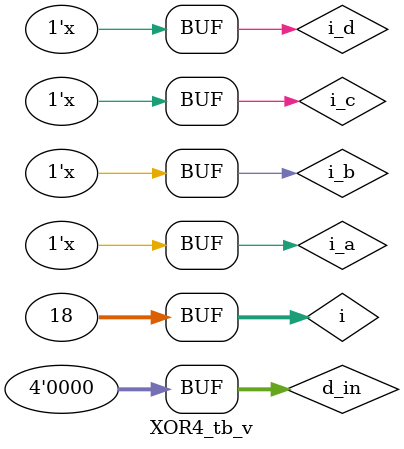
<source format=v>


`timescale 1ms/1ms

module XOR4_tb_v;
  wire o_f;
  reg i_a, i_b, i_c, i_d;
  reg [1:4] d_in = 4'b0000;
  integer i;
  
  // duv options:
  XOR4_v__equation   duv (.i_a(i_a), .i_b(i_b), .i_c(i_c), .i_d(i_d), .o_f(o_f)); // port map
  // XOR4_v__behavior   duv (.i_a(i_a), .i_b(i_b), .i_c(i_c), .i_d(i_d), .o_f(o_f)); // port map
  // XOR4_v__cmpnt_self duv (.i_a(i_a), .i_b(i_b), .i_c(i_c), .i_d(i_d), .o_f(o_f)); // port map
  // XOR4_v__cmpnt_prim duv (.i_a(i_a), .i_b(i_b), .i_c(i_c), .i_d(i_d), .o_f(o_f)); // port map

  //procedure statement
  initial begin
      
      for (i = 0 ; i < 18 ; i = i + 1) begin
        #1000 i_a = d_in[1]; i_b = d_in[2]; i_c = d_in[3]; i_d = d_in[4];
        d_in = d_in + 1;
      end
          
    end

endmodule

</source>
